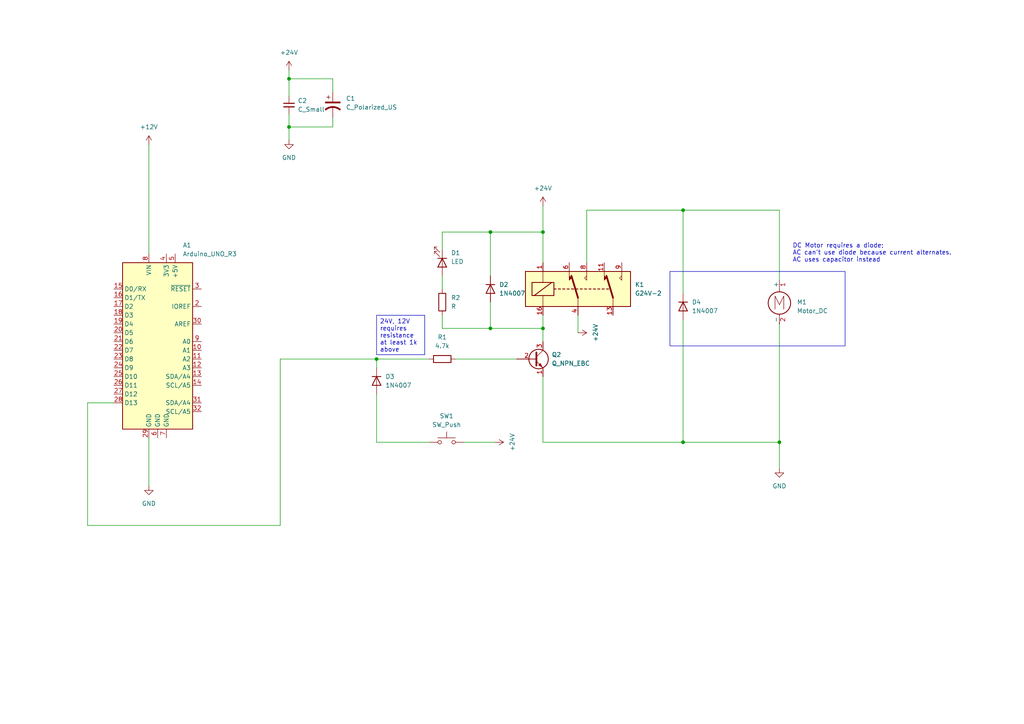
<source format=kicad_sch>
(kicad_sch (version 20230121) (generator eeschema)
  (paper "A4")
  (lib_symbols
    (symbol "Device:C_Polarized_US" (pin_numbers hide) (pin_names (offset 0.254) hide)
      (property "Reference" "C" (at 0.635 2.54 0))
      (property "Value" "C_Polarized_US" (at 0.635 -2.54 0))
      (symbol "C_Polarized_US_0_1"
        (polyline (pts (xy -2.032 0.762) (xy 2.032 0.762)) (stroke (width 0.508)))
        (polyline (pts (xy -1.778 2.286) (xy -0.762 2.286)))
        (polyline (pts (xy -1.27 1.778) (xy -1.27 2.794)))
        (arc (start 2.032 -1.27) (mid 0 -0.5572) (end -2.032 -1.27) (stroke (width 0.508)))
      )
      (symbol "C_Polarized_US_1_1"
        (pin passive line (at 0 3.81 270) (length 2.794) (name "~") (number "1"))
        (pin passive line (at 0 -3.81 90) (length 3.302) (name "~") (number "2"))
      )
    )
    (symbol "Device:C_Small" (pin_numbers hide) (pin_names (offset 0.254) hide)
      (property "Reference" "C" (at 0.254 1.778 0))
      (property "Value" "C_Small" (at 0.254 -2.032 0))
      (symbol "C_Small_0_1"
        (polyline (pts (xy -1.524 -0.508) (xy 1.524 -0.508)) (stroke (width 0.3302)))
        (polyline (pts (xy -1.524 0.508) (xy 1.524 0.508)) (stroke (width 0.3048)))
      )
      (symbol "C_Small_1_1"
        (pin passive line (at 0 2.54 270) (length 2.032) (name "~") (number "1"))
        (pin passive line (at 0 -2.54 90) (length 2.032) (name "~") (number "2"))
      )
    )
    (symbol "Device:LED" (pin_numbers hide) (pin_names (offset 1.016) hide)
      (property "Reference" "D" (at 0 2.54 0))
      (property "Value" "LED" (at 0 -2.54 0))
      (symbol "LED_0_1"
        (polyline (pts (xy -1.27 -1.27) (xy -1.27 1.27)) (stroke (width 0.254)))
        (polyline (pts (xy -1.27 0) (xy 1.27 0)))
        (polyline (pts (xy 1.27 -1.27) (xy 1.27 1.27) (xy -1.27 0) (xy 1.27 -1.27)) (stroke (width 0.254)))
        (polyline (pts (xy -3.048 -0.762) (xy -4.572 -2.286) (xy -3.81 -2.286) (xy -4.572 -2.286) (xy -4.572 -1.524)))
        (polyline (pts (xy -1.778 -0.762) (xy -3.302 -2.286) (xy -2.54 -2.286) (xy -3.302 -2.286) (xy -3.302 -1.524)))
      )
      (symbol "LED_1_1"
        (pin passive line (at -3.81 0 0) (length 2.54) (name "K") (number "1"))
        (pin passive line (at 3.81 0 180) (length 2.54) (name "A") (number "2"))
      )
    )
    (symbol "Device:Q_NPN_EBC" (pin_names (offset 0) hide)
      (property "Reference" "Q" (at 5.08 1.27 0))
      (property "Value" "Q_NPN_EBC" (at 5.08 -1.27 0))
      (symbol "Q_NPN_EBC_0_1"
        (polyline (pts (xy 0.635 0.635) (xy 2.54 2.54)))
        (polyline (pts (xy 0.635 -0.635) (xy 2.54 -2.54) (xy 2.54 -2.54)))
        (polyline (pts (xy 0.635 1.905) (xy 0.635 -1.905) (xy 0.635 -1.905)) (stroke (width 0.508)))
        (polyline (pts (xy 1.27 -1.778) (xy 1.778 -1.27) (xy 2.286 -2.286) (xy 1.27 -1.778) (xy 1.27 -1.778)) (fill (type outline)))
        (circle (center 1.27 0) (radius 2.8194) (stroke (width 0.254)))
      )
      (symbol "Q_NPN_EBC_1_1"
        (pin passive line (at 2.54 -5.08 90) (length 2.54) (name "E") (number "1"))
        (pin passive line (at -5.08 0 0) (length 5.715) (name "B") (number "2"))
        (pin passive line (at 2.54 5.08 270) (length 2.54) (name "C") (number "3"))
      )
    )
    (symbol "Device:R" (pin_numbers hide) (pin_names (offset 0))
      (property "Reference" "R" (at 2.032 0 90))
      (property "Value" "R" (at 0 0 90))
      (symbol "R_0_1"
        (rectangle (start -1.016 -2.54) (end 1.016 2.54) (stroke (width 0.254)))
      )
      (symbol "R_1_1"
        (pin passive line (at 0 3.81 270) (length 1.27) (name "~") (number "1"))
        (pin passive line (at 0 -3.81 90) (length 1.27) (name "~") (number "2"))
      )
    )
    (symbol "Diode:1N4007" (pin_numbers hide) (pin_names hide)
      (property "Reference" "D" (at 0 2.54 0))
      (property "Value" "1N4007" (at 0 -2.54 0))
      (symbol "1N4007_0_1"
        (polyline (pts (xy -1.27 1.27) (xy -1.27 -1.27)) (stroke (width 0.254)))
        (polyline (pts (xy 1.27 0) (xy -1.27 0)))
        (polyline (pts (xy 1.27 1.27) (xy 1.27 -1.27) (xy -1.27 0) (xy 1.27 1.27)) (stroke (width 0.254)))
      )
      (symbol "1N4007_1_1"
        (pin passive line (at -3.81 0 0) (length 2.54) (name "K") (number "1"))
        (pin passive line (at 3.81 0 180) (length 2.54) (name "A") (number "2"))
      )
    )
    (symbol "MCU_Module:Arduino_UNO_R3"
      (property "Reference" "A" (at -10.16 23.495 0))
      (property "Value" "Arduino_UNO_R3" (at 5.08 -26.67 0))
      (symbol "Arduino_UNO_R3_0_1"
        (rectangle (start -10.16 22.86) (end 10.16 -25.4) (stroke (width 0.254)) (fill (type background)))
      )
      (symbol "Arduino_UNO_R3_1_1"
        (pin no_connect line (at -10.16 -20.32 0) (length 2.54) hide (name "NC") (number "1"))
        (pin bidirectional line (at 12.7 -2.54 180) (length 2.54) (name "A1") (number "10"))
        (pin bidirectional line (at 12.7 -5.08 180) (length 2.54) (name "A2") (number "11"))
        (pin bidirectional line (at 12.7 -7.62 180) (length 2.54) (name "A3") (number "12"))
        (pin bidirectional line (at 12.7 -10.16 180) (length 2.54) (name "SDA/A4") (number "13"))
        (pin bidirectional line (at 12.7 -12.7 180) (length 2.54) (name "SCL/A5") (number "14"))
        (pin bidirectional line (at -12.7 15.24 0) (length 2.54) (name "D0/RX") (number "15"))
        (pin bidirectional line (at -12.7 12.7 0) (length 2.54) (name "D1/TX") (number "16"))
        (pin bidirectional line (at -12.7 10.16 0) (length 2.54) (name "D2") (number "17"))
        (pin bidirectional line (at -12.7 7.62 0) (length 2.54) (name "D3") (number "18"))
        (pin bidirectional line (at -12.7 5.08 0) (length 2.54) (name "D4") (number "19"))
        (pin output line (at 12.7 10.16 180) (length 2.54) (name "IOREF") (number "2"))
        (pin bidirectional line (at -12.7 2.54 0) (length 2.54) (name "D5") (number "20"))
        (pin bidirectional line (at -12.7 0 0) (length 2.54) (name "D6") (number "21"))
        (pin bidirectional line (at -12.7 -2.54 0) (length 2.54) (name "D7") (number "22"))
        (pin bidirectional line (at -12.7 -5.08 0) (length 2.54) (name "D8") (number "23"))
        (pin bidirectional line (at -12.7 -7.62 0) (length 2.54) (name "D9") (number "24"))
        (pin bidirectional line (at -12.7 -10.16 0) (length 2.54) (name "D10") (number "25"))
        (pin bidirectional line (at -12.7 -12.7 0) (length 2.54) (name "D11") (number "26"))
        (pin bidirectional line (at -12.7 -15.24 0) (length 2.54) (name "D12") (number "27"))
        (pin bidirectional line (at -12.7 -17.78 0) (length 2.54) (name "D13") (number "28"))
        (pin power_in line (at -2.54 -27.94 90) (length 2.54) (name "GND") (number "29"))
        (pin input line (at 12.7 15.24 180) (length 2.54) (name "~{RESET}") (number "3"))
        (pin input line (at 12.7 5.08 180) (length 2.54) (name "AREF") (number "30"))
        (pin bidirectional line (at 12.7 -17.78 180) (length 2.54) (name "SDA/A4") (number "31"))
        (pin bidirectional line (at 12.7 -20.32 180) (length 2.54) (name "SCL/A5") (number "32"))
        (pin power_out line (at 2.54 25.4 270) (length 2.54) (name "3V3") (number "4"))
        (pin power_out line (at 5.08 25.4 270) (length 2.54) (name "+5V") (number "5"))
        (pin power_in line (at 0 -27.94 90) (length 2.54) (name "GND") (number "6"))
        (pin power_in line (at 2.54 -27.94 90) (length 2.54) (name "GND") (number "7"))
        (pin power_in line (at -2.54 25.4 270) (length 2.54) (name "VIN") (number "8"))
        (pin bidirectional line (at 12.7 0 180) (length 2.54) (name "A0") (number "9"))
      )
    )
    (symbol "Motor:Motor_DC" (pin_names (offset 0))
      (property "Reference" "M" (at 2.54 2.54 0))
      (property "Value" "Motor_DC" (at 2.54 -5.08 0))
      (symbol "Motor_DC_0_0"
        (polyline (pts (xy -1.27 -3.302) (xy -1.27 0.508) (xy 0 -2.032) (xy 1.27 0.508) (xy 1.27 -3.302)))
      )
      (symbol "Motor_DC_0_1"
        (circle (center 0 -1.524) (radius 3.2512) (stroke (width 0.254)))
        (polyline (pts (xy 0 -7.62) (xy 0 -7.112)))
        (polyline (pts (xy 0 -4.7752) (xy 0 -5.1816)))
        (polyline (pts (xy 0 1.7272) (xy 0 2.0828)))
        (polyline (pts (xy 0 2.032) (xy 0 2.54)))
      )
      (symbol "Motor_DC_1_1"
        (pin passive line (at 0 5.08 270) (length 2.54) (name "+") (number "1"))
        (pin passive line (at 0 -7.62 90) (length 2.54) (name "-") (number "2"))
      )
    )
    (symbol "Relay:G5V-2"
      (property "Reference" "K" (at 16.51 3.81 0))
      (property "Value" "G5V-2" (at 16.51 1.27 0))
      (symbol "G5V-2_0_1"
        (rectangle (start -15.24 5.08) (end 15.24 -5.08) (stroke (width 0.254)) (fill (type background)))
        (rectangle (start -13.335 1.905) (end -6.985 -1.905) (stroke (width 0.254)))
        (polyline (pts (xy -12.7 -1.905) (xy -7.62 1.905)) (stroke (width 0.254)))
        (polyline (pts (xy -10.16 -5.08) (xy -10.16 -1.905)))
        (polyline (pts (xy -10.16 5.08) (xy -10.16 1.905)))
        (polyline (pts (xy -6.985 0) (xy -6.35 0)) (stroke (width 0.254)))
        (polyline (pts (xy -5.715 0) (xy -5.08 0)) (stroke (width 0.254)))
        (polyline (pts (xy -4.445 0) (xy -3.81 0)) (stroke (width 0.254)))
        (polyline (pts (xy -3.175 0) (xy -2.54 0)) (stroke (width 0.254)))
        (polyline (pts (xy -1.905 0) (xy -1.27 0)) (stroke (width 0.254)))
        (polyline (pts (xy -0.635 0) (xy 0 0)) (stroke (width 0.254)))
        (polyline (pts (xy 0 -2.54) (xy -1.905 3.81)) (stroke (width 0.508)))
        (polyline (pts (xy 0 -2.54) (xy 0 -5.08)))
        (polyline (pts (xy 0.635 0) (xy 1.27 0)) (stroke (width 0.254)))
        (polyline (pts (xy 1.905 0) (xy 2.54 0)) (stroke (width 0.254)))
        (polyline (pts (xy 3.175 0) (xy 3.81 0)) (stroke (width 0.254)))
        (polyline (pts (xy 4.445 0) (xy 5.08 0)) (stroke (width 0.254)))
        (polyline (pts (xy 5.715 0) (xy 6.35 0)) (stroke (width 0.254)))
        (polyline (pts (xy 6.985 0) (xy 7.62 0)) (stroke (width 0.254)))
        (polyline (pts (xy 8.255 0) (xy 8.89 0)) (stroke (width 0.254)))
        (polyline (pts (xy 10.16 -2.54) (xy 8.255 3.81)) (stroke (width 0.508)))
        (polyline (pts (xy 10.16 -2.54) (xy 10.16 -5.08)))
        (polyline (pts (xy -2.54 5.08) (xy -2.54 2.54) (xy -1.905 3.175) (xy -2.54 3.81)) (fill (type outline)))
        (polyline (pts (xy 2.54 5.08) (xy 2.54 2.54) (xy 1.905 3.175) (xy 2.54 3.81)))
        (polyline (pts (xy 7.62 5.08) (xy 7.62 2.54) (xy 8.255 3.175) (xy 7.62 3.81)) (fill (type outline)))
        (polyline (pts (xy 12.7 5.08) (xy 12.7 2.54) (xy 12.065 3.175) (xy 12.7 3.81)))
      )
      (symbol "G5V-2_1_1"
        (pin passive line (at -10.16 7.62 270) (length 2.54) (name "~") (number "1"))
        (pin passive line (at 7.62 7.62 270) (length 2.54) (name "~") (number "11"))
        (pin passive line (at 10.16 -7.62 90) (length 2.54) (name "~") (number "13"))
        (pin passive line (at -10.16 -7.62 90) (length 2.54) (name "~") (number "16"))
        (pin passive line (at 0 -7.62 90) (length 2.54) (name "~") (number "4"))
        (pin passive line (at -2.54 7.62 270) (length 2.54) (name "~") (number "6"))
        (pin passive line (at 2.54 7.62 270) (length 2.54) (name "~") (number "8"))
        (pin passive line (at 12.7 7.62 270) (length 2.54) (name "~") (number "9"))
      )
    )
    (symbol "Switch:SW_Push" (pin_numbers hide) (pin_names (offset 1.016) hide)
      (property "Reference" "SW" (at 1.27 2.54 0))
      (property "Value" "SW_Push" (at 0 -1.524 0))
      (symbol "SW_Push_0_1"
        (circle (center -2.032 0) (radius 0.508))
        (polyline (pts (xy 0 1.27) (xy 0 3.048)))
        (polyline (pts (xy 2.54 1.27) (xy -2.54 1.27)))
        (circle (center 2.032 0) (radius 0.508))
        (pin passive line (at -5.08 0 0) (length 2.54) (name "1") (number "1"))
        (pin passive line (at 5.08 0 180) (length 2.54) (name "2") (number "2"))
      )
    )
    (symbol "power:+12V" (power) (pin_names (offset 0))
      (property "Value" "+12V" (at 0 3.556 0))
      (symbol "+12V_0_1"
        (polyline (pts (xy -0.762 1.27) (xy 0 2.54)))
        (polyline (pts (xy 0 0) (xy 0 2.54)))
        (polyline (pts (xy 0 2.54) (xy 0.762 1.27)))
      )
      (symbol "+12V_1_1"
        (pin power_in line (at 0 0 90) (length 0) hide (name "+12V") (number "1"))
      )
    )
    (symbol "power:+24V" (power) (pin_names (offset 0))
      (property "Value" "+24V" (at 0 3.556 0))
      (symbol "+24V_0_1"
        (polyline (pts (xy -0.762 1.27) (xy 0 2.54)))
        (polyline (pts (xy 0 0) (xy 0 2.54)))
        (polyline (pts (xy 0 2.54) (xy 0.762 1.27)))
      )
      (symbol "+24V_1_1"
        (pin power_in line (at 0 0 90) (length 0) hide (name "+24V") (number "1"))
      )
    )
    (symbol "power:GND" (power) (pin_names (offset 0))
      (property "Value" "GND" (at 0 -3.81 0))
      (symbol "GND_0_1"
        (polyline (pts (xy 0 0) (xy 0 -1.27) (xy 1.27 -1.27) (xy 0 -2.54) (xy -1.27 -1.27) (xy 0 -1.27)))
      )
      (symbol "GND_1_1"
        (pin power_in line (at 0 0 270) (length 0) hide (name "GND") (number "1"))
      )
    )
  )
  (junction (at 157.48 67.31))
  (junction (at 142.24 95.25))
  (junction (at 83.82 22.86))
  (junction (at 157.48 95.25))
  (junction (at 198.12 60.96))
  (junction (at 226.06 128.27))
  (junction (at 198.12 128.27))
  (junction (at 83.82 36.83))
  (junction (at 142.24 67.31))
  (junction (at 109.22 104.14))
  (wire (pts (xy 128.27 67.31) (xy 142.24 67.31)))
  (wire (pts (xy 83.82 36.83) (xy 83.82 40.64)))
  (wire (pts (xy 109.22 114.3) (xy 109.22 128.27)))
  (wire (pts (xy 81.28 152.4) (xy 81.28 104.14)))
  (wire (pts (xy 198.12 60.96) (xy 198.12 85.09)))
  (wire (pts (xy 96.52 26.67) (xy 96.52 22.86)))
  (wire (pts (xy 198.12 128.27) (xy 157.48 128.27)))
  (wire (pts (xy 170.18 60.96) (xy 198.12 60.96)))
  (wire (pts (xy 132.08 104.14) (xy 149.86 104.14)))
  (wire (pts (xy 157.48 109.22) (xy 157.48 128.27)))
  (wire (pts (xy 142.24 80.01) (xy 142.24 67.31)))
  (wire (pts (xy 226.06 128.27) (xy 198.12 128.27)))
  (wire (pts (xy 157.48 91.44) (xy 157.48 95.25)))
  (wire (pts (xy 81.28 104.14) (xy 109.22 104.14)))
  (wire (pts (xy 25.4 116.84) (xy 25.4 152.4)))
  (wire (pts (xy 198.12 60.96) (xy 226.06 60.96)))
  (wire (pts (xy 109.22 128.27) (xy 124.46 128.27)))
  (wire (pts (xy 96.52 36.83) (xy 83.82 36.83)))
  (wire (pts (xy 128.27 91.44) (xy 128.27 95.25)))
  (wire (pts (xy 33.02 116.84) (xy 25.4 116.84)))
  (wire (pts (xy 157.48 59.69) (xy 157.48 67.31)))
  (wire (pts (xy 226.06 128.27) (xy 226.06 135.89)))
  (wire (pts (xy 96.52 34.29) (xy 96.52 36.83)))
  (wire (pts (xy 134.62 128.27) (xy 143.51 128.27)))
  (wire (pts (xy 43.18 127) (xy 43.18 140.97)))
  (wire (pts (xy 128.27 72.39) (xy 128.27 67.31)))
  (wire (pts (xy 142.24 95.25) (xy 157.48 95.25)))
  (wire (pts (xy 226.06 93.98) (xy 226.06 128.27)))
  (wire (pts (xy 128.27 80.01) (xy 128.27 83.82)))
  (wire (pts (xy 109.22 104.14) (xy 109.22 106.68)))
  (wire (pts (xy 128.27 95.25) (xy 142.24 95.25)))
  (wire (pts (xy 157.48 67.31) (xy 157.48 76.2)))
  (wire (pts (xy 167.64 91.44) (xy 167.64 96.52)))
  (wire (pts (xy 83.82 22.86) (xy 83.82 27.94)))
  (wire (pts (xy 43.18 41.91) (xy 43.18 73.66)))
  (wire (pts (xy 96.52 22.86) (xy 83.82 22.86)))
  (wire (pts (xy 25.4 152.4) (xy 81.28 152.4)))
  (wire (pts (xy 170.18 60.96) (xy 170.18 76.2)))
  (wire (pts (xy 142.24 87.63) (xy 142.24 95.25)))
  (wire (pts (xy 83.82 36.83) (xy 83.82 33.02)))
  (wire (pts (xy 124.46 104.14) (xy 109.22 104.14)))
  (wire (pts (xy 142.24 67.31) (xy 157.48 67.31)))
  (wire (pts (xy 83.82 20.32) (xy 83.82 22.86)))
  (wire (pts (xy 198.12 92.71) (xy 198.12 128.27)))
  (wire (pts (xy 157.48 95.25) (xy 157.48 99.06)))
  (wire (pts (xy 226.06 60.96) (xy 226.06 81.28)))
  (rectangle (start 194.31 78.74) (end 245.11 100.33))
  (text_box "24V, 12V requires\nresistance at least 1k above" (at 109.22 91.44 0) (size 13.97 11.43) (effects (font (size 1.27 1.27)) (justify left top)))
  (text "DC Motor requires a diode; \nAC can't use diode because current alternates. \nAC uses capacitor instead" (at 229.87 76.2 0) (effects (font (size 1.27 1.27)) (justify left bottom)))
  (symbol (lib_id "power:GND") (at 226.06 135.89 0) (unit 1)
    (property "Reference" "#PWR08" (effects hide))
    (property "Value" "GND" (at 226.06 140.97 0))
  )
  (symbol (lib_id "power:+24V") (at 83.82 20.32 0) (unit 1)
    (property "Reference" "#PWR05" (effects hide))
    (property "Value" "+24V" (at 83.82 15.24 0))
  )
  (symbol (lib_id "Device:Q_NPN_EBC") (at 154.94 104.14 0) (unit 1)
    (property "Reference" "Q2" (at 160.02 102.87 0) (effects (justify left)))
    (property "Value" "Q_NPN_EBC" (at 160.02 105.41 0) (effects (justify left)))
  )
  (symbol (lib_id "Diode:1N4007") (at 198.12 88.9 270) (unit 1)
    (property "Reference" "D4" (at 200.66 87.63 90) (effects (justify left)))
    (property "Value" "1N4007" (at 200.66 90.17 90) (effects (justify left)))
    (property "Footprint" "Diode_THT:D_DO-41_SOD81_P10.16mm_Horizontal" (effects hide))
    (property "Datasheet" "http://www.vishay.com/docs/88503/1n4001.pdf" (effects hide))
    (property "Sim.Device" "D" (effects hide))
    (property "Sim.Pins" "1=K 2=A" (effects hide))
  )
  (symbol (lib_id "Diode:1N4007") (at 142.24 83.82 270) (unit 1)
    (property "Reference" "D2" (at 144.78 82.55 90) (effects (justify left)))
    (property "Value" "1N4007" (at 144.78 85.09 90) (effects (justify left)))
    (property "Footprint" "Diode_THT:D_DO-41_SOD81_P10.16mm_Horizontal" (effects hide))
    (property "Datasheet" "http://www.vishay.com/docs/88503/1n4001.pdf" (effects hide))
    (property "Sim.Device" "D" (effects hide))
    (property "Sim.Pins" "1=K 2=A" (effects hide))
  )
  (symbol (lib_id "power:+24V") (at 143.51 128.27 270) (unit 1)
    (property "Reference" "#PWR09" (effects hide))
    (property "Value" "+24V" (at 148.59 128.27 0))
  )
  (symbol (lib_id "power:+24V") (at 167.64 96.52 270) (unit 1)
    (property "Reference" "#PWR07" (effects hide))
    (property "Value" "+24V" (at 172.72 96.52 0))
  )
  (symbol (lib_id "Device:C_Polarized_US") (at 96.52 30.48 0) (unit 1)
    (property "Reference" "C1" (at 100.33 28.575 0) (effects (justify left)))
    (property "Value" "C_Polarized_US" (at 100.33 31.115 0) (effects (justify left)))
  )
  (symbol (lib_id "power:GND") (at 43.18 140.97 0) (unit 1)
    (property "Reference" "#PWR02" (effects hide))
    (property "Value" "GND" (at 43.18 146.05 0))
  )
  (symbol (lib_id "Diode:1N4007") (at 109.22 110.49 270) (unit 1)
    (property "Reference" "D3" (at 111.76 109.22 90) (effects (justify left)))
    (property "Value" "1N4007" (at 111.76 111.76 90) (effects (justify left)))
    (property "Footprint" "Diode_THT:D_DO-41_SOD81_P10.16mm_Horizontal" (effects hide))
    (property "Datasheet" "http://www.vishay.com/docs/88503/1n4001.pdf" (effects hide))
    (property "Sim.Device" "D" (effects hide))
    (property "Sim.Pins" "1=K 2=A" (effects hide))
  )
  (symbol (lib_id "Device:LED") (at 128.27 76.2 270) (unit 1)
    (property "Reference" "D1" (at 130.81 73.3425 90) (effects (justify left)))
    (property "Value" "LED" (at 130.81 75.8825 90) (effects (justify left)))
  )
  (symbol (lib_id "Switch:SW_Push") (at 129.54 128.27 0) (unit 1)
    (property "Reference" "SW1" (at 129.54 120.65 0))
    (property "Value" "SW_Push" (at 129.54 123.19 0))
  )
  (symbol (lib_id "Device:R") (at 128.27 104.14 90) (unit 1)
    (property "Reference" "R1" (at 128.27 97.79 90))
    (property "Value" "4.7k" (at 128.27 100.33 90))
  )
  (symbol (lib_id "Relay:G5V-2") (at 167.64 83.82 0) (unit 1)
    (property "Reference" "K1" (at 184.15 82.55 0) (effects (justify left)))
    (property "Value" "G24V-2" (at 184.15 85.09 0) (effects (justify left)))
    (property "Footprint" "Relay_THT:Relay_DPDT_Omron_G5V-2" (effects hide))
    (property "Datasheet" "http://omronfs.omron.com/en_US/ecb/products/pdf/en-g5v_2.pdf" (effects hide))
  )
  (symbol (lib_id "power:+24V") (at 157.48 59.69 0) (unit 1)
    (property "Reference" "#PWR03" (effects hide))
    (property "Value" "+24V" (at 157.48 54.61 0))
  )
  (symbol (lib_id "power:GND") (at 83.82 40.64 0) (unit 1)
    (property "Reference" "#PWR06" (effects hide))
    (property "Value" "GND" (at 83.82 45.72 0))
  )
  (symbol (lib_id "MCU_Module:Arduino_UNO_R3") (at 45.72 99.06 0) (unit 1)
    (property "Reference" "A1" (at 52.9941 71.12 0) (effects (justify left)))
    (property "Value" "Arduino_UNO_R3" (at 52.9941 73.66 0) (effects (justify left)))
    (property "Footprint" "Module:Arduino_UNO_R3" (effects hide))
    (property "Datasheet" "https://www.arduino.cc/en/Main/arduinoBoardUno" (effects hide))
  )
  (symbol (lib_id "Device:R") (at 128.27 87.63 180) (unit 1)
    (property "Reference" "R2" (at 130.81 86.36 0) (effects (justify right)))
    (property "Value" "R" (at 130.81 88.9 0) (effects (justify right)))
  )
  (symbol (lib_id "Motor:Motor_DC") (at 226.06 86.36 0) (unit 1)
    (property "Reference" "M1" (at 231.14 87.63 0) (effects (justify left)))
    (property "Value" "Motor_DC" (at 231.14 90.17 0) (effects (justify left)))
  )
  (symbol (lib_id "Device:C_Small") (at 83.82 30.48 0) (unit 1)
    (property "Reference" "C2" (at 86.36 29.2163 0) (effects (justify left)))
    (property "Value" "C_Small" (at 86.36 31.7563 0) (effects (justify left)))
  )
  (symbol (lib_id "power:+12V") (at 43.18 41.91 0) (unit 1)
    (property "Reference" "#PWR04" (effects hide))
    (property "Value" "+12V" (at 43.18 36.83 0))
  )
)
</source>
